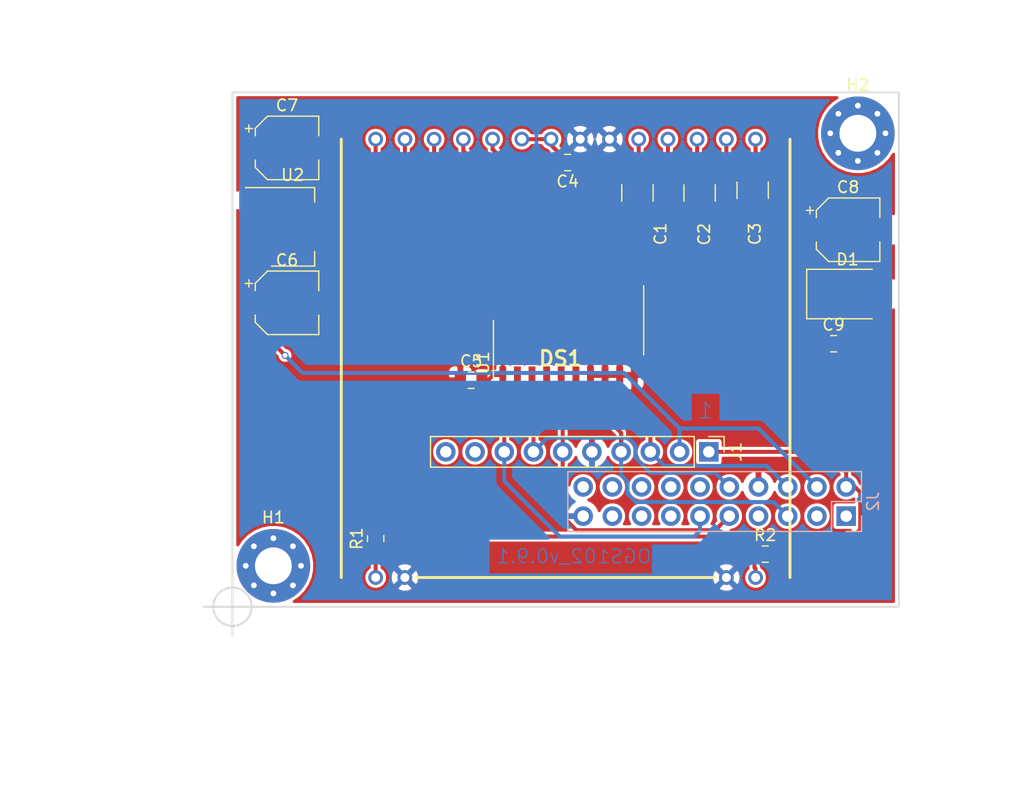
<source format=kicad_pcb>
(kicad_pcb (version 20171130) (host pcbnew "(5.1.12-1-10_14)")
  (layers (0 Top signal) (31 Bottom signal) (34 B.Paste user) (35 F.Paste user) (36 B.SilkS user) (37 F.SilkS user) (38 B.Mask user) (39 F.Mask user) (44 Edge.Cuts user))
  (net 0 "")
  (net 1 GND)
  (net 2 +3V3)
  (net 3 "Net-(C1-Pad2)")
  (net 4 "Net-(C2-Pad1)")
  (net 5 "Net-(C2-Pad2)")
  (net 6 "Net-(C3-Pad2)")
  (net 7 "Net-(C1-Pad1)")
  (net 8 MOSI)
  (net 9 SCK)
  (net 10 +5V)
  (net 11 DIS_MOSI)
  (net 12 DIS_SCK)
  (net 13 DIS_CD)
  (net 14 DIS_RST)
  (net 15 DIS_CS0)
  (net 16 "Net-(DS1-Pad14)")
  (net 17 "Net-(DS1-Pad1)")
  (net 18 "Net-(H1-Pad1)")
  (net 19 "Net-(H2-Pad1)")
  (net 20 INSTR.BEL)
  (net 21 D8)
  (net 22 D7)
  (net 23 D6)
  (module Capacitor_SMD:C_1210_3225Metric_Pad1.33x2.70mm_HandSolder (layer Top) (at 163.322 90.808 90)
    (fp_text reference C3 (at -3.792 0.188 90) (layer F.SilkS))
    (fp_text value C)
    (fp_line (start -0.711252 -1.36) (end 0.711252 -1.36) (layer F.SilkS) (width 0.12))
    (fp_line (start -0.711252 1.36) (end 0.711252 1.36) (layer F.SilkS) (width 0.12))
    (pad 2 smd roundrect (at 1.5625 0 90) (size 1.325 2.7) (layers Top F.Paste F.Mask) (roundrect_rratio 0.188679) (net 6 "Net-(C3-Pad2)"))
    (pad 1 smd roundrect (at -1.5625 0 90) (size 1.325 2.7) (layers Top F.Paste F.Mask) (roundrect_rratio 0.188679) (net 1 GND))
  )
  (module Capacitor_SMD:C_1210_3225Metric_Pad1.33x2.70mm_HandSolder (layer Top) (at 158.71 91.0375 90)
    (fp_text reference C2 (at -3.592 0.4 90) (layer F.SilkS))
    (fp_text value C)
    (fp_line (start -0.711252 -1.36) (end 0.711252 -1.36) (layer F.SilkS) (width 0.12))
    (fp_line (start -0.711252 1.36) (end 0.711252 1.36) (layer F.SilkS) (width 0.12))
    (pad 2 smd roundrect (at 1.5625 0 90) (size 1.325 2.7) (layers Top F.Paste F.Mask) (roundrect_rratio 0.188679) (net 5 "Net-(C2-Pad2)"))
    (pad 1 smd roundrect (at -1.5625 0 90) (size 1.325 2.7) (layers Top F.Paste F.Mask) (roundrect_rratio 0.188679) (net 4 "Net-(C2-Pad1)"))
  )
  (module Capacitor_SMD:C_1210_3225Metric_Pad1.33x2.70mm_HandSolder (layer Top) (at 153.31 91.0375 90)
    (fp_text reference C1 (at -3.5625 2 90) (layer F.SilkS))
    (fp_text value C)
    (fp_line (start -0.711252 -1.36) (end 0.711252 -1.36) (layer F.SilkS) (width 0.12))
    (fp_line (start -0.711252 1.36) (end 0.711252 1.36) (layer F.SilkS) (width 0.12))
    (pad 2 smd roundrect (at 1.5625 0 90) (size 1.325 2.7) (layers Top F.Paste F.Mask) (roundrect_rratio 0.188679) (net 3 "Net-(C1-Pad2)"))
    (pad 1 smd roundrect (at -1.5625 0 90) (size 1.325 2.7) (layers Top F.Paste F.Mask) (roundrect_rratio 0.188679) (net 7 "Net-(C1-Pad1)"))
  )
  (module Package_SO:SO-20_12.8x7.5mm_P1.27mm (layer Top) (at 147.32 102.108 90)
    (fp_text reference U1 (at -3.69 -7.42 90) (layer F.SilkS))
    (fp_text value 74HC245)
    (fp_line (start -3 6.53) (end 3 6.53) (layer F.SilkS) (width 0.12))
    (fp_line (start -5 -6.53) (end 0 -6.53) (layer F.SilkS) (width 0.12))
    (pad 20 smd rect (at 4.75 -5.715 90) (size 1.5 0.6) (layers Top F.Paste F.Mask) (net 2 +3V3))
    (pad 19 smd rect (at 4.75 -4.445 90) (size 1.5 0.6) (layers Top F.Paste F.Mask) (net 1 GND))
    (pad 18 smd rect (at 4.75 -3.175 90) (size 1.5 0.6) (layers Top F.Paste F.Mask) (net 15 DIS_CS0))
    (pad 17 smd rect (at 4.75 -1.905 90) (size 1.5 0.6) (layers Top F.Paste F.Mask) (net 14 DIS_RST))
    (pad 16 smd rect (at 4.75 -0.635 90) (size 1.5 0.6) (layers Top F.Paste F.Mask) (net 13 DIS_CD))
    (pad 15 smd rect (at 4.75 0.635 90) (size 1.5 0.6) (layers Top F.Paste F.Mask) (net 12 DIS_SCK))
    (pad 14 smd rect (at 4.75 1.905 90) (size 1.5 0.6) (layers Top F.Paste F.Mask) (net 11 DIS_MOSI))
    (pad 13 smd rect (at 4.75 3.175 90) (size 1.5 0.6) (layers Top F.Paste F.Mask))
    (pad 12 smd rect (at 4.75 4.445 90) (size 1.5 0.6) (layers Top F.Paste F.Mask))
    (pad 11 smd rect (at 4.75 5.715 90) (size 1.5 0.6) (layers Top F.Paste F.Mask))
    (pad 10 smd rect (at -4.75 5.715 90) (size 1.5 0.6) (layers Top F.Paste F.Mask) (net 1 GND))
    (pad 9 smd rect (at -4.75 4.445 90) (size 1.5 0.6) (layers Top F.Paste F.Mask) (net 1 GND))
    (pad 8 smd rect (at -4.75 3.175 90) (size 1.5 0.6) (layers Top F.Paste F.Mask) (net 1 GND))
    (pad 7 smd rect (at -4.75 1.905 90) (size 1.5 0.6) (layers Top F.Paste F.Mask) (net 1 GND))
    (pad 1 smd rect (at -4.75 -5.715 90) (size 1.5 0.6) (layers Top F.Paste F.Mask) (net 2 +3V3))
    (pad 2 smd rect (at -4.75 -4.445 90) (size 1.5 0.6) (layers Top F.Paste F.Mask) (net 21 D8))
    (pad 3 smd rect (at -4.75 -3.175 90) (size 1.5 0.6) (layers Top F.Paste F.Mask) (net 22 D7))
    (pad 4 smd rect (at -4.75 -1.905 90) (size 1.5 0.6) (layers Top F.Paste F.Mask) (net 23 D6))
    (pad 5 smd rect (at -4.75 -0.635 90) (size 1.5 0.6) (layers Top F.Paste F.Mask) (net 9 SCK))
    (pad 6 smd rect (at -4.75 0.635 90) (size 1.5 0.6) (layers Top F.Paste F.Mask) (net 8 MOSI))
  )
  (module Connector_PinHeader_2.54mm:PinHeader_2x10_P2.54mm_Vertical (layer Bottom) (at 171.45 119.126 90)
    (fp_text reference J2 (at 1.27 2.33 -90) (layer B.SilkS) (effects (justify mirror)))
    (fp_text value Conn_02x10_Odd_Even)
    (fp_line (start -1.33 -24.19) (end 3.87 -24.19) (layer B.SilkS) (width 0.12))
    (fp_line (start -1.33 -1.27) (end -1.33 -24.19) (layer B.SilkS) (width 0.12))
    (fp_line (start 3.87 1.33) (end 3.87 -24.19) (layer B.SilkS) (width 0.12))
    (fp_line (start -1.33 -1.27) (end 1.27 -1.27) (layer B.SilkS) (width 0.12))
    (fp_line (start 1.27 -1.27) (end 1.27 1.33) (layer B.SilkS) (width 0.12))
    (fp_line (start 1.27 1.33) (end 3.87 1.33) (layer B.SilkS) (width 0.12))
    (fp_line (start -1.33 0) (end -1.33 1.33) (layer B.SilkS) (width 0.12))
    (fp_line (start -1.33 1.33) (end 0 1.33) (layer B.SilkS) (width 0.12))
    (pad 20 thru_hole oval (at 2.54 -22.86 90) (size 1.7 1.7) (drill 1) (layers *.Cu *.Mask))
    (pad 19 thru_hole oval (at 0 -22.86 90) (size 1.7 1.7) (drill 1) (layers *.Cu *.Mask) (net 1 GND))
    (pad 18 thru_hole oval (at 2.54 -20.32 90) (size 1.7 1.7) (drill 1) (layers *.Cu *.Mask))
    (pad 17 thru_hole oval (at 0 -20.32 90) (size 1.7 1.7) (drill 1) (layers *.Cu *.Mask))
    (pad 16 thru_hole oval (at 2.54 -17.78 90) (size 1.7 1.7) (drill 1) (layers *.Cu *.Mask))
    (pad 15 thru_hole oval (at 0 -17.78 90) (size 1.7 1.7) (drill 1) (layers *.Cu *.Mask))
    (pad 14 thru_hole oval (at 2.54 -15.24 90) (size 1.7 1.7) (drill 1) (layers *.Cu *.Mask))
    (pad 13 thru_hole oval (at 0 -15.24 90) (size 1.7 1.7) (drill 1) (layers *.Cu *.Mask))
    (pad 12 thru_hole oval (at 2.54 -12.7 90) (size 1.7 1.7) (drill 1) (layers *.Cu *.Mask))
    (pad 11 thru_hole oval (at 0 -12.7 90) (size 1.7 1.7) (drill 1) (layers *.Cu *.Mask) (net 21 D8))
    (pad 10 thru_hole oval (at 2.54 -10.16 90) (size 1.7 1.7) (drill 1) (layers *.Cu *.Mask) (net 22 D7))
    (pad 9 thru_hole oval (at 0 -10.16 90) (size 1.7 1.7) (drill 1) (layers *.Cu *.Mask) (net 23 D6))
    (pad 8 thru_hole oval (at 2.54 -7.62 90) (size 1.7 1.7) (drill 1) (layers *.Cu *.Mask) (net 1 GND))
    (pad 7 thru_hole oval (at 0 -7.62 90) (size 1.7 1.7) (drill 1) (layers *.Cu *.Mask))
    (pad 6 thru_hole oval (at 2.54 -5.08 90) (size 1.7 1.7) (drill 1) (layers *.Cu *.Mask) (net 8 MOSI))
    (pad 5 thru_hole oval (at 0 -5.08 90) (size 1.7 1.7) (drill 1) (layers *.Cu *.Mask) (net 9 SCK))
    (pad 4 thru_hole oval (at 2.54 -2.54 90) (size 1.7 1.7) (drill 1) (layers *.Cu *.Mask) (net 10 +5V))
    (pad 3 thru_hole oval (at 0 -2.54 90) (size 1.7 1.7) (drill 1) (layers *.Cu *.Mask))
    (pad 2 thru_hole oval (at 2.54 0 90) (size 1.7 1.7) (drill 1) (layers *.Cu *.Mask) (net 20 INSTR.BEL))
    (pad 1 thru_hole rect (at 0 0 90) (size 1.7 1.7) (drill 1) (layers *.Cu *.Mask))
  )
  (module MountingHole:MountingHole_3.2mm_M3_Pad_Via (layer Top) (at 172.466 85.852)
    (fp_text reference H2 (at 0 -4.2) (layer F.SilkS))
    (fp_text value MountingHole_Pad)
    (pad 1 thru_hole circle (at 1.697056 -1.697056) (size 0.8 0.8) (drill 0.5) (layers *.Cu *.Mask) (net 19 "Net-(H2-Pad1)"))
    (pad 1 thru_hole circle (at 0 -2.4) (size 0.8 0.8) (drill 0.5) (layers *.Cu *.Mask) (net 19 "Net-(H2-Pad1)"))
    (pad 1 thru_hole circle (at -1.697056 -1.697056) (size 0.8 0.8) (drill 0.5) (layers *.Cu *.Mask) (net 19 "Net-(H2-Pad1)"))
    (pad 1 thru_hole circle (at -2.4 0) (size 0.8 0.8) (drill 0.5) (layers *.Cu *.Mask) (net 19 "Net-(H2-Pad1)"))
    (pad 1 thru_hole circle (at -1.697056 1.697056) (size 0.8 0.8) (drill 0.5) (layers *.Cu *.Mask) (net 19 "Net-(H2-Pad1)"))
    (pad 1 thru_hole circle (at 0 2.4) (size 0.8 0.8) (drill 0.5) (layers *.Cu *.Mask) (net 19 "Net-(H2-Pad1)"))
    (pad 1 thru_hole circle (at 1.697056 1.697056) (size 0.8 0.8) (drill 0.5) (layers *.Cu *.Mask) (net 19 "Net-(H2-Pad1)"))
    (pad 1 thru_hole circle (at 2.4 0) (size 0.8 0.8) (drill 0.5) (layers *.Cu *.Mask) (net 19 "Net-(H2-Pad1)"))
    (pad 1 thru_hole circle (at 0 0) (size 6.4 6.4) (drill 3.2) (layers *.Cu *.Mask) (net 19 "Net-(H2-Pad1)"))
  )
  (module MountingHole:MountingHole_3.2mm_M3_Pad_Via (layer Top) (at 121.666 123.444)
    (fp_text reference H1 (at 0 -4.2) (layer F.SilkS))
    (fp_text value MountingHole_Pad)
    (pad 1 thru_hole circle (at 1.697056 -1.697056) (size 0.8 0.8) (drill 0.5) (layers *.Cu *.Mask) (net 18 "Net-(H1-Pad1)"))
    (pad 1 thru_hole circle (at 0 -2.4) (size 0.8 0.8) (drill 0.5) (layers *.Cu *.Mask) (net 18 "Net-(H1-Pad1)"))
    (pad 1 thru_hole circle (at -1.697056 -1.697056) (size 0.8 0.8) (drill 0.5) (layers *.Cu *.Mask) (net 18 "Net-(H1-Pad1)"))
    (pad 1 thru_hole circle (at -2.4 0) (size 0.8 0.8) (drill 0.5) (layers *.Cu *.Mask) (net 18 "Net-(H1-Pad1)"))
    (pad 1 thru_hole circle (at -1.697056 1.697056) (size 0.8 0.8) (drill 0.5) (layers *.Cu *.Mask) (net 18 "Net-(H1-Pad1)"))
    (pad 1 thru_hole circle (at 0 2.4) (size 0.8 0.8) (drill 0.5) (layers *.Cu *.Mask) (net 18 "Net-(H1-Pad1)"))
    (pad 1 thru_hole circle (at 1.697056 1.697056) (size 0.8 0.8) (drill 0.5) (layers *.Cu *.Mask) (net 18 "Net-(H1-Pad1)"))
    (pad 1 thru_hole circle (at 2.4 0) (size 0.8 0.8) (drill 0.5) (layers *.Cu *.Mask) (net 18 "Net-(H1-Pad1)"))
    (pad 1 thru_hole circle (at 0 0) (size 6.4 6.4) (drill 3.2) (layers *.Cu *.Mask) (net 18 "Net-(H1-Pad1)"))
  )
  (module Resistor_SMD:R_0805_2012Metric (layer Top) (at 164.4165 122.428)
    (fp_text reference R2 (at 0 -1.65) (layer F.SilkS))
    (fp_text value R)
    (fp_line (start -0.258578 -0.71) (end 0.258578 -0.71) (layer F.SilkS) (width 0.12))
    (fp_line (start -0.258578 0.71) (end 0.258578 0.71) (layer F.SilkS) (width 0.12))
    (pad 2 smd roundrect (at 0.9375 0) (size 0.975 1.4) (layers Top F.Paste F.Mask) (net 20 INSTR.BEL))
    (pad 1 smd roundrect (at -0.9375 0) (size 0.975 1.4) (layers Top F.Paste F.Mask) (net 16 "Net-(DS1-Pad14)"))
  )
  (module Resistor_SMD:R_0805_2012Metric (layer Top) (at 130.556 121.0795 90)
    (fp_text reference R1 (at 0 -1.65 90) (layer F.SilkS))
    (fp_text value R)
    (fp_line (start -0.258578 -0.71) (end 0.258578 -0.71) (layer F.SilkS) (width 0.12))
    (fp_line (start -0.258578 0.71) (end 0.258578 0.71) (layer F.SilkS) (width 0.12))
    (pad 2 smd roundrect (at 0.9375 0 90) (size 0.975 1.4) (layers Top F.Paste F.Mask) (net 20 INSTR.BEL))
    (pad 1 smd roundrect (at -0.9375 0 90) (size 0.975 1.4) (layers Top F.Paste F.Mask) (net 17 "Net-(DS1-Pad1)"))
  )
  (module Connector_PinHeader_2.54mm:PinHeader_1x10_P2.54mm_Vertical (layer Top) (at 159.512 113.538 270)
    (fp_text reference J1 (at 0 -2.33 90) (layer F.SilkS))
    (fp_text value Conn_01x10)
    (fp_line (start -1.33 24.19) (end 1.33 24.19) (layer F.SilkS) (width 0.12))
    (fp_line (start -1.33 1.27) (end -1.33 24.19) (layer F.SilkS) (width 0.12))
    (fp_line (start 1.33 1.27) (end 1.33 24.19) (layer F.SilkS) (width 0.12))
    (fp_line (start -1.33 1.27) (end 1.33 1.27) (layer F.SilkS) (width 0.12))
    (fp_line (start -1.33 0) (end -1.33 -1.33) (layer F.SilkS) (width 0.12))
    (fp_line (start -1.33 -1.33) (end 0 -1.33) (layer F.SilkS) (width 0.12))
    (pad 10 thru_hole oval (at 0 22.86 270) (size 1.7 1.7) (drill 1) (layers *.Cu *.Mask))
    (pad 9 thru_hole oval (at 0 20.32 270) (size 1.7 1.7) (drill 1) (layers *.Cu *.Mask))
    (pad 8 thru_hole oval (at 0 17.78 270) (size 1.7 1.7) (drill 1) (layers *.Cu *.Mask) (net 21 D8))
    (pad 7 thru_hole oval (at 0 15.24 270) (size 1.7 1.7) (drill 1) (layers *.Cu *.Mask) (net 22 D7))
    (pad 6 thru_hole oval (at 0 12.7 270) (size 1.7 1.7) (drill 1) (layers *.Cu *.Mask) (net 23 D6))
    (pad 5 thru_hole oval (at 0 10.16 270) (size 1.7 1.7) (drill 1) (layers *.Cu *.Mask) (net 1 GND))
    (pad 4 thru_hole oval (at 0 7.62 270) (size 1.7 1.7) (drill 1) (layers *.Cu *.Mask) (net 9 SCK))
    (pad 3 thru_hole oval (at 0 5.08 270) (size 1.7 1.7) (drill 1) (layers *.Cu *.Mask) (net 8 MOSI))
    (pad 2 thru_hole oval (at 0 2.54 270) (size 1.7 1.7) (drill 1) (layers *.Cu *.Mask) (net 10 +5V))
    (pad 1 thru_hole rect (at 0 0 270) (size 1.7 1.7) (drill 1) (layers *.Cu *.Mask) (net 20 INSTR.BEL))
  )
  (module Diode_SMD:D_SMB (layer Top) (at 171.568 99.822)
    (fp_text reference D1 (at 0 -3) (layer F.SilkS))
    (fp_text value SMBJ15CA)
    (fp_line (start -3.55 -2.15) (end -3.55 2.15) (layer F.SilkS) (width 0.12))
    (fp_line (start -3.55 2.15) (end 2.15 2.15) (layer F.SilkS) (width 0.12))
    (fp_line (start -3.55 -2.15) (end 2.15 -2.15) (layer F.SilkS) (width 0.12))
    (pad 2 smd rect (at 2.15 0) (size 2.5 2.3) (layers Top F.Paste F.Mask) (net 1 GND))
    (pad 1 smd rect (at -2.15 0) (size 2.5 2.3) (layers Top F.Paste F.Mask) (net 20 INSTR.BEL))
  )
  (module Capacitor_SMD:C_0805_2012Metric (layer Top) (at 170.3555 104.14)
    (fp_text reference C9 (at 0 -1.65) (layer F.SilkS))
    (fp_text value 100n)
    (fp_line (start -0.258578 -0.71) (end 0.258578 -0.71) (layer F.SilkS) (width 0.12))
    (fp_line (start -0.258578 0.71) (end 0.258578 0.71) (layer F.SilkS) (width 0.12))
    (pad 2 smd roundrect (at 0.9375 0) (size 0.975 1.4) (layers Top F.Paste F.Mask) (net 1 GND))
    (pad 1 smd roundrect (at -0.9375 0) (size 0.975 1.4) (layers Top F.Paste F.Mask) (net 20 INSTR.BEL))
  )
  (module Capacitor_SMD:CP_Elec_5x3 (layer Top) (at 171.618 94.234)
    (fp_text reference C8 (at 0 -3.7) (layer F.SilkS))
    (fp_text value CP)
    (fp_line (start 2.76 2.76) (end 2.76 1.06) (layer F.SilkS) (width 0.12))
    (fp_line (start 2.76 -2.76) (end 2.76 -1.06) (layer F.SilkS) (width 0.12))
    (fp_line (start -1.695563 -2.76) (end 2.76 -2.76) (layer F.SilkS) (width 0.12))
    (fp_line (start -1.695563 2.76) (end 2.76 2.76) (layer F.SilkS) (width 0.12))
    (fp_line (start -2.76 1.695563) (end -2.76 1.06) (layer F.SilkS) (width 0.12))
    (fp_line (start -2.76 -1.695563) (end -2.76 -1.06) (layer F.SilkS) (width 0.12))
    (fp_line (start -2.76 -1.695563) (end -1.695563 -2.76) (layer F.SilkS) (width 0.12))
    (fp_line (start -2.76 1.695563) (end -1.695563 2.76) (layer F.SilkS) (width 0.12))
    (fp_line (start -3.625 -1.685) (end -3 -1.685) (layer F.SilkS) (width 0.12))
    (fp_line (start -3.3125 -1.9975) (end -3.3125 -1.3725) (layer F.SilkS) (width 0.12))
    (pad 2 smd roundrect (at 2.2 0) (size 3 1.6) (layers Top F.Paste F.Mask) (roundrect_rratio 0.15625) (net 1 GND))
    (pad 1 smd roundrect (at -2.2 0) (size 3 1.6) (layers Top F.Paste F.Mask) (roundrect_rratio 0.15625) (net 20 INSTR.BEL))
  )
  (module Package_TO_SOT_SMD:SOT-223-3_TabPin2 (layer Top) (at 123.342 93.98)
    (fp_text reference U2 (at 0 -4.5) (layer F.SilkS))
    (fp_text value LD1117S33TR_SOT223)
    (fp_line (start 1.91 3.41) (end 1.91 2.15) (layer F.SilkS) (width 0.12))
    (fp_line (start 1.91 -3.41) (end 1.91 -2.15) (layer F.SilkS) (width 0.12))
    (fp_line (start -1.85 3.41) (end 1.91 3.41) (layer F.SilkS) (width 0.12))
    (fp_line (start -4.1 -3.41) (end 1.91 -3.41) (layer F.SilkS) (width 0.12))
    (pad 1 smd rect (at -3.15 -2.3) (size 2 1.5) (layers Top F.Paste F.Mask) (net 1 GND))
    (pad 3 smd rect (at -3.15 2.3) (size 2 1.5) (layers Top F.Paste F.Mask) (net 10 +5V))
    (pad 2 smd rect (at -3.15 0) (size 2 1.5) (layers Top F.Paste F.Mask) (net 2 +3V3))
    (pad 2 smd rect (at 3.15 0) (size 2 3.8) (layers Top F.Paste F.Mask) (net 2 +3V3))
  )
  (module fiz-o-matic:EA-DOGS102W-6 (layer Top) (at 147.066 105.41)
    (fp_text reference DS1 (at -0.45365 0.01496) (layer F.SilkS) (effects (font (size 1.27 1.27) (thickness 0.254))))
    (fp_text value EA_DOGS102W-6 hide)
    (fp_line (start -19.5 -19.05) (end -19.5 19.05) (layer F.SilkS) (width 0.254))
    (fp_line (start 19.5 -19.05) (end 19.5 19.05) (layer F.SilkS) (width 0.254))
    (fp_line (start -13 19.05) (end 13 19.05) (layer F.SilkS) (width 0.254))
    (pad 15 thru_hole circle (at 16.51 -19.05) (size 1.28 1.28) (drill 0.78) (layers *.Cu *.Mask) (net 6 "Net-(C3-Pad2)"))
    (pad 16 thru_hole circle (at 13.97 -19.05) (size 1.28 1.28) (drill 0.78) (layers *.Cu *.Mask) (net 7 "Net-(C1-Pad1)"))
    (pad 17 thru_hole circle (at 11.43 -19.05) (size 1.28 1.28) (drill 0.78) (layers *.Cu *.Mask) (net 5 "Net-(C2-Pad2)"))
    (pad 18 thru_hole circle (at 8.89 -19.05) (size 1.28 1.28) (drill 0.78) (layers *.Cu *.Mask) (net 4 "Net-(C2-Pad1)"))
    (pad 19 thru_hole circle (at 6.35 -19.05) (size 1.28 1.28) (drill 0.78) (layers *.Cu *.Mask) (net 3 "Net-(C1-Pad2)"))
    (pad 20 thru_hole circle (at 3.81 -19.05) (size 1.28 1.28) (drill 0.78) (layers *.Cu *.Mask) (net 1 GND))
    (pad 21 thru_hole circle (at 1.27 -19.05) (size 1.28 1.28) (drill 0.78) (layers *.Cu *.Mask) (net 1 GND))
    (pad 22 thru_hole circle (at -1.27 -19.05) (size 1.28 1.28) (drill 0.78) (layers *.Cu *.Mask) (net 2 +3V3))
    (pad 23 thru_hole circle (at -3.81 -19.05) (size 1.28 1.28) (drill 0.78) (layers *.Cu *.Mask) (net 2 +3V3))
    (pad 24 thru_hole circle (at -6.35 -19.05) (size 1.28 1.28) (drill 0.78) (layers *.Cu *.Mask) (net 11 DIS_MOSI))
    (pad 25 thru_hole circle (at -8.89 -19.05) (size 1.28 1.28) (drill 0.78) (layers *.Cu *.Mask) (net 12 DIS_SCK))
    (pad 26 thru_hole circle (at -11.43 -19.05) (size 1.28 1.28) (drill 0.78) (layers *.Cu *.Mask) (net 13 DIS_CD))
    (pad 27 thru_hole circle (at -13.97 -19.05) (size 1.28 1.28) (drill 0.78) (layers *.Cu *.Mask) (net 14 DIS_RST))
    (pad 28 thru_hole circle (at -16.51 -19.05) (size 1.28 1.28) (drill 0.78) (layers *.Cu *.Mask) (net 15 DIS_CS0))
    (pad 13 thru_hole circle (at 13.97 19.05) (size 1.28 1.28) (drill 0.78) (layers *.Cu *.Mask) (net 1 GND))
    (pad 14 thru_hole circle (at 16.51 19.05) (size 1.28 1.28) (drill 0.78) (layers *.Cu *.Mask) (net 16 "Net-(DS1-Pad14)"))
    (pad 2 thru_hole circle (at -13.97 19.05) (size 1.28 1.28) (drill 0.78) (layers *.Cu *.Mask) (net 1 GND))
    (pad 1 thru_hole circle (at -16.51 19.05) (size 1.28 1.28) (drill 0.78) (layers *.Cu *.Mask) (net 17 "Net-(DS1-Pad1)"))
  )
  (module Capacitor_SMD:CP_Elec_5x3 (layer Top) (at 122.85 87.122)
    (fp_text reference C7 (at 0 -3.7) (layer F.SilkS))
    (fp_text value CP)
    (fp_line (start 2.76 2.76) (end 2.76 1.06) (layer F.SilkS) (width 0.12))
    (fp_line (start 2.76 -2.76) (end 2.76 -1.06) (layer F.SilkS) (width 0.12))
    (fp_line (start -1.695563 -2.76) (end 2.76 -2.76) (layer F.SilkS) (width 0.12))
    (fp_line (start -1.695563 2.76) (end 2.76 2.76) (layer F.SilkS) (width 0.12))
    (fp_line (start -2.76 1.695563) (end -2.76 1.06) (layer F.SilkS) (width 0.12))
    (fp_line (start -2.76 -1.695563) (end -2.76 -1.06) (layer F.SilkS) (width 0.12))
    (fp_line (start -2.76 -1.695563) (end -1.695563 -2.76) (layer F.SilkS) (width 0.12))
    (fp_line (start -2.76 1.695563) (end -1.695563 2.76) (layer F.SilkS) (width 0.12))
    (fp_line (start -3.625 -1.685) (end -3 -1.685) (layer F.SilkS) (width 0.12))
    (fp_line (start -3.3125 -1.9975) (end -3.3125 -1.3725) (layer F.SilkS) (width 0.12))
    (pad 2 smd roundrect (at 2.2 0) (size 3 1.6) (layers Top F.Paste F.Mask) (roundrect_rratio 0.15625) (net 1 GND))
    (pad 1 smd roundrect (at -2.2 0) (size 3 1.6) (layers Top F.Paste F.Mask) (roundrect_rratio 0.15625) (net 2 +3V3))
  )
  (module Capacitor_SMD:CP_Elec_5x3 (layer Top) (at 122.85 100.584)
    (fp_text reference C6 (at 0 -3.7) (layer F.SilkS))
    (fp_text value CP)
    (fp_line (start 2.76 2.76) (end 2.76 1.06) (layer F.SilkS) (width 0.12))
    (fp_line (start 2.76 -2.76) (end 2.76 -1.06) (layer F.SilkS) (width 0.12))
    (fp_line (start -1.695563 -2.76) (end 2.76 -2.76) (layer F.SilkS) (width 0.12))
    (fp_line (start -1.695563 2.76) (end 2.76 2.76) (layer F.SilkS) (width 0.12))
    (fp_line (start -2.76 1.695563) (end -2.76 1.06) (layer F.SilkS) (width 0.12))
    (fp_line (start -2.76 -1.695563) (end -2.76 -1.06) (layer F.SilkS) (width 0.12))
    (fp_line (start -2.76 -1.695563) (end -1.695563 -2.76) (layer F.SilkS) (width 0.12))
    (fp_line (start -2.76 1.695563) (end -1.695563 2.76) (layer F.SilkS) (width 0.12))
    (fp_line (start -3.625 -1.685) (end -3 -1.685) (layer F.SilkS) (width 0.12))
    (fp_line (start -3.3125 -1.9975) (end -3.3125 -1.3725) (layer F.SilkS) (width 0.12))
    (pad 2 smd roundrect (at 2.2 0) (size 3 1.6) (layers Top F.Paste F.Mask) (roundrect_rratio 0.15625) (net 1 GND))
    (pad 1 smd roundrect (at -2.2 0) (size 3 1.6) (layers Top F.Paste F.Mask) (roundrect_rratio 0.15625) (net 10 +5V))
  )
  (module Capacitor_SMD:C_0805_2012Metric (layer Top) (at 138.8595 107.315)
    (fp_text reference C5 (at 0 -1.65) (layer F.SilkS))
    (fp_text value 100n)
    (fp_line (start -0.258578 -0.71) (end 0.258578 -0.71) (layer F.SilkS) (width 0.12))
    (fp_line (start -0.258578 0.71) (end 0.258578 0.71) (layer F.SilkS) (width 0.12))
    (pad 2 smd roundrect (at 0.9375 0) (size 0.975 1.4) (layers Top F.Paste F.Mask) (net 2 +3V3))
    (pad 1 smd roundrect (at -0.9375 0) (size 0.975 1.4) (layers Top F.Paste F.Mask) (net 1 GND))
  )
  (module Capacitor_SMD:C_0805_2012Metric (layer Top) (at 147.2415 88.392 180)
    (fp_text reference C4 (at 0 -1.65) (layer F.SilkS))
    (fp_text value 100n)
    (fp_line (start -0.258578 -0.71) (end 0.258578 -0.71) (layer F.SilkS) (width 0.12))
    (fp_line (start -0.258578 0.71) (end 0.258578 0.71) (layer F.SilkS) (width 0.12))
    (pad 2 smd roundrect (at 0.9375 0 180) (size 0.975 1.4) (layers Top F.Paste F.Mask) (net 2 +3V3))
    (pad 1 smd roundrect (at -0.9375 0 180) (size 0.975 1.4) (layers Top F.Paste F.Mask) (net 1 GND))
  )
  (gr_line (start 118.11 82.296) (end 176.022 82.296) (layer Edge.Cuts) (width 0.15))
  (gr_line (start 176.022 127) (end 176.022 82.296) (layer Edge.Cuts) (width 0.15))
  (gr_line (start 118.11 127) (end 176.022 127) (layer Edge.Cuts) (width 0.15))
  (gr_line (start 118.11 127) (end 118.11 82.296) (layer Edge.Cuts) (width 0.15))
  (target plus (at 118.11 127) (size 5) (width 0.15) (layer Edge.Cuts))
  (target plus (at 118.11 127) (size 5) (width 0.15) (layer Edge.Cuts))
  (gr_text DOGS102_v0.9.1 (at 140.97 121.92) (layer Bottom) (effects (font (size 1.2065 1.2065) (thickness 0.1016)) (justify right top mirror)))
  (gr_text 1 (at 159.9311 110.744) (layer Bottom) (effects (font (size 1.35128 1.35128) (thickness 0.113792)) (justify left bottom mirror)))
  (segment (start 141.605 98.1375) (end 141.605 99.125) (width 0.35) (layer Top) (net 2))
  (segment (start 145.796 86.36) (end 145.796 86.868) (width 0.35) (layer Top) (net 2))
  (segment (start 146.304 87.376) (end 146.304 88.392) (width 0.35) (layer Top) (net 2))
  (segment (start 145.796 86.868) (end 146.304 87.376) (width 0.35) (layer Top) (net 2))
  (segment (start 143.256 86.36) (end 145.796 86.36) (width 0.35) (layer Top) (net 2))
  (segment (start 146.304 90.17) (end 146.304 88.392) (width 0.35) (layer Top) (net 2))
  (segment (start 151.384 95.25) (end 146.304 90.17) (width 0.35) (layer Top) (net 2))
  (segment (start 154.686 96.266) (end 153.67 95.25) (width 0.35) (layer Top) (net 2))
  (segment (start 153.162 100.584) (end 154.686 99.06) (width 0.35) (layer Top) (net 2))
  (segment (start 141.986 100.584) (end 153.162 100.584) (width 0.35) (layer Top) (net 2))
  (segment (start 141.605 98.6455) (end 141.605 100.203) (width 0.35) (layer Top) (net 2))
  (segment (start 154.686 99.06) (end 154.686 96.266) (width 0.35) (layer Top) (net 2))
  (segment (start 153.67 95.25) (end 151.384 95.25) (width 0.35) (layer Top) (net 2))
  (segment (start 141.605 100.203) (end 141.986 100.584) (width 0.35) (layer Top) (net 2))
  (segment (start 141.605 97.155) (end 141.605 98.6455) (width 0.35) (layer Top) (net 2))
  (segment (start 120.65 87.122) (end 120.65 88.392) (width 0.35) (layer Top) (net 2))
  (segment (start 120.65 88.392) (end 122.682 90.424) (width 0.35) (layer Top) (net 2))
  (segment (start 122.682 90.424) (end 122.682 93.98) (width 0.35) (layer Top) (net 2))
  (segment (start 122.682 93.98) (end 126.492 93.98) (width 0.35) (layer Top) (net 2))
  (segment (start 120.192 93.98) (end 122.682 93.98) (width 0.35) (layer Top) (net 2))
  (segment (start 141.605 96.52) (end 141.605 97.358) (width 0.35) (layer Top) (net 2))
  (segment (start 139.065 93.98) (end 141.605 96.52) (width 0.35) (layer Top) (net 2))
  (segment (start 126.492 93.98) (end 139.065 93.98) (width 0.35) (layer Top) (net 2))
  (segment (start 141.605 106.858) (end 140.792 106.858) (width 0.35) (layer Top) (net 2))
  (segment (start 140.335 107.315) (end 139.797 107.315) (width 0.35) (layer Top) (net 2))
  (segment (start 140.792 106.858) (end 140.335 107.315) (width 0.35) (layer Top) (net 2))
  (segment (start 141.859 100.584) (end 141.605 100.33) (width 0.35) (layer Top) (net 2))
  (segment (start 141.605 100.33) (end 141.605 100.203) (width 0.35) (layer Top) (net 2))
  (segment (start 141.986 100.584) (end 141.859 100.584) (width 0.35) (layer Top) (net 2))
  (segment (start 141.605 106.858) (end 141.605 100.33) (width 0.35) (layer Top) (net 2))
  (segment (start 153.31 89.475) (end 153.31 88) (width 0.35) (layer Top) (net 3))
  (segment (start 153.416 87.894) (end 153.31 88) (width 0.35) (layer Top) (net 3))
  (segment (start 153.416 86.36) (end 153.416 87.894) (width 0.35) (layer Top) (net 3))
  (segment (start 155.956 86.36) (end 155.956 91.846) (width 0.35) (layer Top) (net 4))
  (segment (start 156.71 92.6) (end 158.71 92.6) (width 0.35) (layer Top) (net 4))
  (segment (start 155.956 91.846) (end 156.71 92.6) (width 0.35) (layer Top) (net 4))
  (segment (start 158.496 86.36) (end 158.496 87.786) (width 0.35) (layer Top) (net 5))
  (segment (start 158.71 88) (end 158.71 89.475) (width 0.35) (layer Top) (net 5))
  (segment (start 158.496 87.786) (end 158.71 88) (width 0.35) (layer Top) (net 5))
  (segment (start 163.322 89.2455) (end 163.322 87.988) (width 0.35) (layer Top) (net 6))
  (segment (start 163.576 87.734) (end 163.576 86.36) (width 0.35) (layer Top) (net 6))
  (segment (start 163.322 87.988) (end 163.576 87.734) (width 0.35) (layer Top) (net 6))
  (segment (start 161.036 86.36) (end 161.036 93.674) (width 0.35) (layer Top) (net 7))
  (segment (start 161.036 93.674) (end 160.51 94.2) (width 0.35) (layer Top) (net 7))
  (segment (start 160.51 94.2) (end 153.91 94.2) (width 0.35) (layer Top) (net 7))
  (segment (start 153.31 93.6) (end 153.31 92.6) (width 0.35) (layer Top) (net 7))
  (segment (start 153.91 94.2) (end 153.31 93.6) (width 0.35) (layer Top) (net 7))
  (segment (start 154.432 113.538) (end 154.432 112.014) (width 0.35) (layer Top) (net 8))
  (segment (start 154.432 112.014) (end 153.67 111.252) (width 0.35) (layer Top) (net 8))
  (segment (start 155.657001 114.763001) (end 154.432 113.538) (width 0.35) (layer Bottom) (net 8))
  (segment (start 164.547001 114.763001) (end 155.657001 114.763001) (width 0.35) (layer Bottom) (net 8))
  (segment (start 166.37 116.586) (end 164.547001 114.763001) (width 0.35) (layer Bottom) (net 8))
  (segment (start 147.955 106.858) (end 147.955 108.585) (width 0.35) (layer Top) (net 8))
  (segment (start 147.955 108.585) (end 149.86 110.49) (width 0.35) (layer Top) (net 8))
  (segment (start 152.908 110.49) (end 153.67 111.252) (width 0.35) (layer Top) (net 8))
  (segment (start 149.86 110.49) (end 152.908 110.49) (width 0.35) (layer Top) (net 8))
  (segment (start 151.892 113.538) (end 151.892 112.014) (width 0.35) (layer Top) (net 9))
  (segment (start 153.171997 117.900999) (end 165.144999 117.900999) (width 0.35) (layer Bottom) (net 9))
  (segment (start 152.444999 117.174001) (end 153.171997 117.900999) (width 0.35) (layer Bottom) (net 9))
  (segment (start 152.444999 116.122999) (end 152.444999 117.174001) (width 0.35) (layer Bottom) (net 9))
  (segment (start 165.144999 117.900999) (end 166.37 119.126) (width 0.35) (layer Bottom) (net 9))
  (segment (start 151.892 115.57) (end 152.444999 116.122999) (width 0.35) (layer Bottom) (net 9))
  (segment (start 151.892 113.538) (end 151.892 115.57) (width 0.35) (layer Bottom) (net 9))
  (segment (start 146.685 106.858) (end 146.685 109.22) (width 0.35) (layer Top) (net 9))
  (segment (start 146.685 109.22) (end 148.59 111.125) (width 0.35) (layer Top) (net 9))
  (segment (start 148.59 111.125) (end 151.13 111.125) (width 0.35) (layer Top) (net 9))
  (segment (start 151.892 111.887) (end 151.892 113.538) (width 0.35) (layer Top) (net 9))
  (segment (start 151.13 111.125) (end 151.892 111.887) (width 0.35) (layer Top) (net 9))
  (segment (start 120.192 96.28) (end 120.192 98.602) (width 0.35) (layer Top) (net 10))
  (segment (start 120.65 99.06) (end 120.65 100.584) (width 0.35) (layer Top) (net 10))
  (segment (start 120.192 98.602) (end 120.65 99.06) (width 0.35) (layer Top) (net 10))
  (segment (start 120.65 100.584) (end 120.65 103.124) (width 0.35) (layer Top) (net 10))
  (via (at 122.682 105.156) (size 0.6) (drill 0.4) (layers Top Bottom) (net 10))
  (segment (start 120.65 103.124) (end 122.682 105.156) (width 0.35) (layer Top) (net 10))
  (segment (start 122.682 105.156) (end 124.206 106.68) (width 0.35) (layer Bottom) (net 10))
  (segment (start 124.206 106.68) (end 152.146 106.68) (width 0.35) (layer Bottom) (net 10))
  (segment (start 156.972 111.506) (end 156.972 113.538) (width 0.35) (layer Bottom) (net 10))
  (segment (start 152.146 106.68) (end 156.972 111.506) (width 0.35) (layer Bottom) (net 10))
  (segment (start 163.83 111.506) (end 156.972 111.506) (width 0.35) (layer Bottom) (net 10))
  (segment (start 168.91 116.586) (end 163.83 111.506) (width 0.35) (layer Bottom) (net 10))
  (segment (start 140.716 87.233169) (end 140.716 86.36) (width 0.35) (layer Top) (net 11))
  (segment (start 149.225 95.742169) (end 140.716 87.233169) (width 0.35) (layer Top) (net 11))
  (segment (start 149.225 97.358) (end 149.225 95.742169) (width 0.35) (layer Top) (net 11))
  (segment (start 138.176 87.376) (end 138.176 86.36) (width 0.35) (layer Top) (net 12))
  (segment (start 139.7 88.9) (end 138.176 87.376) (width 0.35) (layer Top) (net 12))
  (segment (start 141.605 88.9) (end 139.7 88.9) (width 0.35) (layer Top) (net 12))
  (segment (start 147.955 95.25) (end 141.605 88.9) (width 0.35) (layer Top) (net 12))
  (segment (start 147.955 97.358) (end 147.955 95.25) (width 0.35) (layer Top) (net 12))
  (segment (start 135.636 88.011) (end 135.636 86.36) (width 0.35) (layer Top) (net 13))
  (segment (start 140.97 90.17) (end 137.795 90.17) (width 0.35) (layer Top) (net 13))
  (segment (start 146.685 95.885) (end 140.97 90.17) (width 0.35) (layer Top) (net 13))
  (segment (start 137.795 90.17) (end 135.636 88.011) (width 0.35) (layer Top) (net 13))
  (segment (start 146.685 97.358) (end 146.685 95.885) (width 0.35) (layer Top) (net 13))
  (segment (start 145.415 96.258) (end 140.597 91.44) (width 0.35) (layer Top) (net 14))
  (segment (start 145.415 97.358) (end 145.415 96.258) (width 0.35) (layer Top) (net 14))
  (segment (start 140.597 91.44) (end 136.525 91.44) (width 0.35) (layer Top) (net 14))
  (segment (start 133.096 88.011) (end 133.096 86.36) (width 0.35) (layer Top) (net 14))
  (segment (start 136.525 91.44) (end 133.096 88.011) (width 0.35) (layer Top) (net 14))
  (segment (start 144.145 96.258) (end 140.597 92.71) (width 0.35) (layer Top) (net 15))
  (segment (start 144.145 97.358) (end 144.145 96.258) (width 0.35) (layer Top) (net 15))
  (segment (start 140.597 92.71) (end 135.255 92.71) (width 0.35) (layer Top) (net 15))
  (segment (start 130.556 88.011) (end 130.556 86.36) (width 0.35) (layer Top) (net 15))
  (segment (start 135.255 92.71) (end 130.556 88.011) (width 0.35) (layer Top) (net 15))
  (segment (start 163.576 124.46) (end 163.576 123.698) (width 0.35) (layer Top) (net 16))
  (segment (start 163.479 123.601) (end 163.479 122.428) (width 0.35) (layer Top) (net 16))
  (segment (start 163.576 123.698) (end 163.479 123.601) (width 0.35) (layer Top) (net 16))
  (segment (start 130.556 122.017) (end 130.556 124.46) (width 0.35) (layer Top) (net 17))
  (segment (start 171.45 116.586) (end 171.45 115.316) (width 0.35) (layer Top) (net 20))
  (segment (start 169.418 113.284) (end 169.418 104.14) (width 0.35) (layer Top) (net 20))
  (segment (start 171.45 115.316) (end 169.418 113.284) (width 0.35) (layer Top) (net 20))
  (segment (start 169.418 104.14) (end 169.418 99.822) (width 0.35) (layer Top) (net 20))
  (segment (start 169.418 99.822) (end 169.418 94.234) (width 0.35) (layer Top) (net 20))
  (segment (start 169.164 113.538) (end 169.418 113.284) (width 0.35) (layer Top) (net 20))
  (segment (start 159.512 113.538) (end 169.164 113.538) (width 0.35) (layer Top) (net 20))
  (segment (start 170.523002 122.428) (end 172.675001 120.276001) (width 0.35) (layer Top) (net 20))
  (segment (start 165.354 122.428) (end 170.523002 122.428) (width 0.35) (layer Top) (net 20))
  (segment (start 172.212 116.586) (end 172.675001 117.049001) (width 0.35) (layer Top) (net 20))
  (segment (start 171.45 116.586) (end 172.212 116.586) (width 0.35) (layer Top) (net 20))
  (segment (start 172.675001 120.276001) (end 172.675001 117.049001) (width 0.35) (layer Top) (net 20))
  (segment (start 130.556 120.142) (end 131.318 120.904) (width 0.35) (layer Top) (net 20))
  (segment (start 131.318 120.904) (end 164.846 120.904) (width 0.35) (layer Top) (net 20))
  (segment (start 165.354 121.412) (end 165.354 122.428) (width 0.35) (layer Top) (net 20))
  (segment (start 164.846 120.904) (end 165.354 121.412) (width 0.35) (layer Top) (net 20))
  (segment (start 141.732 113.538) (end 141.732 110.49) (width 0.35) (layer Top) (net 21))
  (segment (start 141.732 110.49) (end 142.875 109.347) (width 0.35) (layer Top) (net 21))
  (segment (start 158.242 120.904) (end 158.75 120.396) (width 0.35) (layer Bottom) (net 21))
  (segment (start 146.558 120.904) (end 158.242 120.904) (width 0.35) (layer Bottom) (net 21))
  (segment (start 158.75 120.396) (end 158.75 119.126) (width 0.35) (layer Bottom) (net 21))
  (segment (start 141.732 116.078) (end 146.558 120.904) (width 0.35) (layer Bottom) (net 21))
  (segment (start 141.732 113.538) (end 141.732 116.078) (width 0.35) (layer Bottom) (net 21))
  (segment (start 142.875 106.858) (end 142.875 109.347) (width 0.35) (layer Top) (net 21))
  (segment (start 144.272 113.538) (end 144.272 109.474) (width 0.35) (layer Top) (net 22))
  (segment (start 144.272 109.474) (end 144.145 109.347) (width 0.35) (layer Top) (net 22))
  (segment (start 145.497001 112.312999) (end 144.272 113.538) (width 0.35) (layer Bottom) (net 22))
  (segment (start 152.480001 112.312999) (end 145.497001 112.312999) (width 0.35) (layer Bottom) (net 22))
  (segment (start 153.117001 112.949999) (end 152.480001 112.312999) (width 0.35) (layer Bottom) (net 22))
  (segment (start 153.117001 114.036003) (end 153.117001 112.949999) (width 0.35) (layer Bottom) (net 22))
  (segment (start 160.064999 115.360999) (end 154.441997 115.360999) (width 0.35) (layer Bottom) (net 22))
  (segment (start 154.441997 115.360999) (end 153.117001 114.036003) (width 0.35) (layer Bottom) (net 22))
  (segment (start 161.29 116.586) (end 160.064999 115.360999) (width 0.35) (layer Bottom) (net 22))
  (segment (start 144.145 106.858) (end 144.145 109.22) (width 0.35) (layer Top) (net 22))
  (segment (start 146.812 113.538) (end 146.812 110.49) (width 0.35) (layer Top) (net 23))
  (segment (start 146.812 110.49) (end 145.415 109.093) (width 0.35) (layer Top) (net 23))
  (segment (start 148.001999 120.351001) (end 146.812 119.161002) (width 0.35) (layer Top) (net 23))
  (segment (start 160.064999 120.351001) (end 148.001999 120.351001) (width 0.35) (layer Top) (net 23))
  (segment (start 146.812 119.161002) (end 146.812 113.538) (width 0.35) (layer Top) (net 23))
  (segment (start 161.29 119.126) (end 160.064999 120.351001) (width 0.35) (layer Top) (net 23))
  (segment (start 145.415 106.858) (end 145.415 109.093) (width 0.35) (layer Top) (net 23))
  (zone (net 1) (net_name GND) (layer Top) (connect_pads (clearance 0.254)) (min_thickness 0.254) (fill yes (arc_segments 32) (thermal_gap 0.508) (thermal_bridge_width 0.508))
    (polygon (pts (xy 176.022 127) (xy 118.11 127) (xy 118.11 82.296) (xy 176.022 82.296)))
  )
  (zone (net 1) (net_name GND) (layer Bottom) (connect_pads (clearance 0.508)) (min_thickness 0.254) (fill yes (arc_segments 32) (thermal_gap 0.508) (thermal_bridge_width 0.508))
    (polygon (pts (xy 176.022 127) (xy 118.11 127) (xy 118.11 82.296) (xy 176.022 82.296)))
  )
)
</source>
